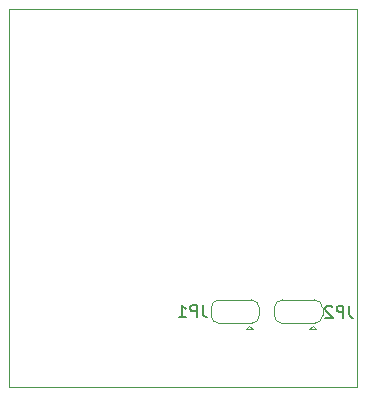
<source format=gbr>
G04 #@! TF.GenerationSoftware,KiCad,Pcbnew,9.0.2*
G04 #@! TF.CreationDate,2025-09-05T09:59:15+02:00*
G04 #@! TF.ProjectId,JtagArm20Adapter,4a746167-4172-46d3-9230-416461707465,rev?*
G04 #@! TF.SameCoordinates,Original*
G04 #@! TF.FileFunction,Legend,Bot*
G04 #@! TF.FilePolarity,Positive*
%FSLAX46Y46*%
G04 Gerber Fmt 4.6, Leading zero omitted, Abs format (unit mm)*
G04 Created by KiCad (PCBNEW 9.0.2) date 2025-09-05 09:59:15*
%MOMM*%
%LPD*%
G01*
G04 APERTURE LIST*
%ADD10C,0.150000*%
%ADD11C,0.120000*%
G04 #@! TA.AperFunction,Profile*
%ADD12C,0.050000*%
G04 #@! TD*
G04 APERTURE END LIST*
D10*
X166283333Y-103104819D02*
X166283333Y-103819104D01*
X166283333Y-103819104D02*
X166330952Y-103961961D01*
X166330952Y-103961961D02*
X166426190Y-104057200D01*
X166426190Y-104057200D02*
X166569047Y-104104819D01*
X166569047Y-104104819D02*
X166664285Y-104104819D01*
X165807142Y-104104819D02*
X165807142Y-103104819D01*
X165807142Y-103104819D02*
X165426190Y-103104819D01*
X165426190Y-103104819D02*
X165330952Y-103152438D01*
X165330952Y-103152438D02*
X165283333Y-103200057D01*
X165283333Y-103200057D02*
X165235714Y-103295295D01*
X165235714Y-103295295D02*
X165235714Y-103438152D01*
X165235714Y-103438152D02*
X165283333Y-103533390D01*
X165283333Y-103533390D02*
X165330952Y-103581009D01*
X165330952Y-103581009D02*
X165426190Y-103628628D01*
X165426190Y-103628628D02*
X165807142Y-103628628D01*
X164854761Y-103200057D02*
X164807142Y-103152438D01*
X164807142Y-103152438D02*
X164711904Y-103104819D01*
X164711904Y-103104819D02*
X164473809Y-103104819D01*
X164473809Y-103104819D02*
X164378571Y-103152438D01*
X164378571Y-103152438D02*
X164330952Y-103200057D01*
X164330952Y-103200057D02*
X164283333Y-103295295D01*
X164283333Y-103295295D02*
X164283333Y-103390533D01*
X164283333Y-103390533D02*
X164330952Y-103533390D01*
X164330952Y-103533390D02*
X164902380Y-104104819D01*
X164902380Y-104104819D02*
X164283333Y-104104819D01*
X153883333Y-103054819D02*
X153883333Y-103769104D01*
X153883333Y-103769104D02*
X153930952Y-103911961D01*
X153930952Y-103911961D02*
X154026190Y-104007200D01*
X154026190Y-104007200D02*
X154169047Y-104054819D01*
X154169047Y-104054819D02*
X154264285Y-104054819D01*
X153407142Y-104054819D02*
X153407142Y-103054819D01*
X153407142Y-103054819D02*
X153026190Y-103054819D01*
X153026190Y-103054819D02*
X152930952Y-103102438D01*
X152930952Y-103102438D02*
X152883333Y-103150057D01*
X152883333Y-103150057D02*
X152835714Y-103245295D01*
X152835714Y-103245295D02*
X152835714Y-103388152D01*
X152835714Y-103388152D02*
X152883333Y-103483390D01*
X152883333Y-103483390D02*
X152930952Y-103531009D01*
X152930952Y-103531009D02*
X153026190Y-103578628D01*
X153026190Y-103578628D02*
X153407142Y-103578628D01*
X151883333Y-104054819D02*
X152454761Y-104054819D01*
X152169047Y-104054819D02*
X152169047Y-103054819D01*
X152169047Y-103054819D02*
X152264285Y-103197676D01*
X152264285Y-103197676D02*
X152359523Y-103292914D01*
X152359523Y-103292914D02*
X152454761Y-103340533D01*
D11*
X164050000Y-103900000D02*
X164050000Y-103300000D01*
X163500000Y-105100000D02*
X162900000Y-105100000D01*
X163400000Y-102600000D02*
X160600000Y-102600000D01*
X163200000Y-104800000D02*
X163500000Y-105100000D01*
X163200000Y-104800000D02*
X162900000Y-105100000D01*
X160600000Y-104600000D02*
X163400000Y-104600000D01*
X159950000Y-103300000D02*
X159950000Y-103900000D01*
X163350000Y-102600000D02*
G75*
G02*
X164050000Y-103300000I1J-699999D01*
G01*
X164050000Y-103900000D02*
G75*
G02*
X163350000Y-104600000I-699999J-1D01*
G01*
X159950000Y-103300000D02*
G75*
G02*
X160650000Y-102600000I700000J0D01*
G01*
X160650000Y-104600000D02*
G75*
G02*
X159950000Y-103900000I0J700000D01*
G01*
X158700000Y-103900000D02*
X158700000Y-103300000D01*
X158150000Y-105100000D02*
X157550000Y-105100000D01*
X158050000Y-102600000D02*
X155250000Y-102600000D01*
X157850000Y-104800000D02*
X158150000Y-105100000D01*
X157850000Y-104800000D02*
X157550000Y-105100000D01*
X155250000Y-104600000D02*
X158050000Y-104600000D01*
X154600000Y-103300000D02*
X154600000Y-103900000D01*
X158000000Y-102600000D02*
G75*
G02*
X158700000Y-103300000I1J-699999D01*
G01*
X158700000Y-103900000D02*
G75*
G02*
X158000000Y-104600000I-699999J-1D01*
G01*
X154600000Y-103300000D02*
G75*
G02*
X155300000Y-102600000I700000J0D01*
G01*
X155300000Y-104600000D02*
G75*
G02*
X154600000Y-103900000I0J700000D01*
G01*
D12*
X137500000Y-78000000D02*
X167000000Y-78000000D01*
X167000000Y-110000000D01*
X137500000Y-110000000D01*
X137500000Y-78000000D01*
M02*

</source>
